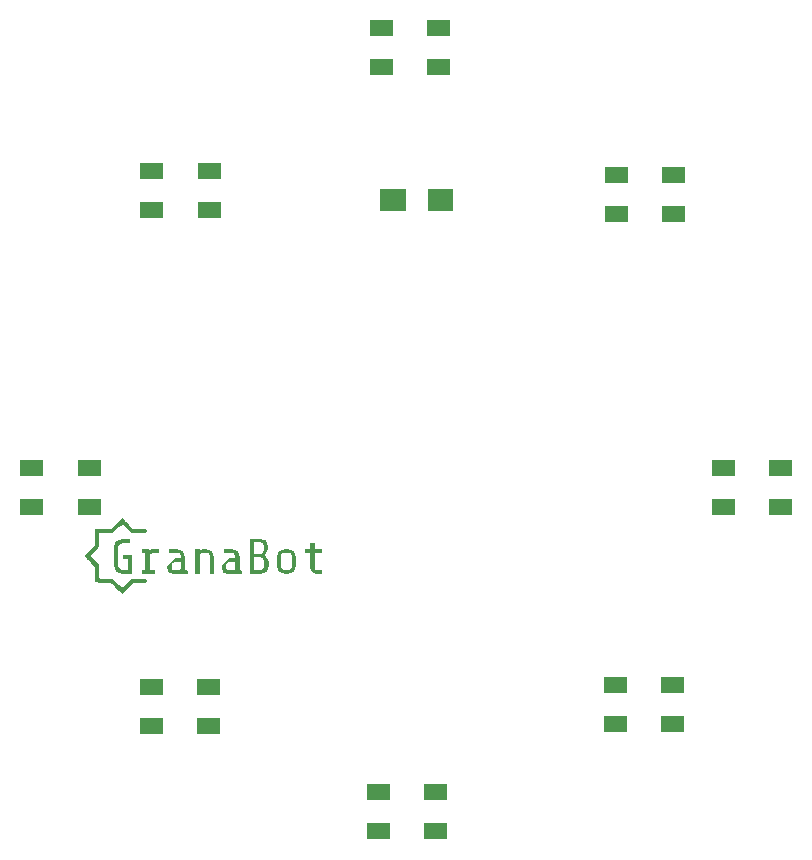
<source format=gts>
%TF.GenerationSoftware,KiCad,Pcbnew,4.0.7*%
%TF.CreationDate,2018-04-25T10:24:50+02:00*%
%TF.ProjectId,001,3030312E6B696361645F706362000000,rev?*%
%TF.FileFunction,Soldermask,Top*%
%FSLAX46Y46*%
G04 Gerber Fmt 4.6, Leading zero omitted, Abs format (unit mm)*
G04 Created by KiCad (PCBNEW 4.0.7) date 04/25/18 10:24:50*
%MOMM*%
%LPD*%
G01*
G04 APERTURE LIST*
%ADD10C,0.100000*%
G04 APERTURE END LIST*
D10*
G36*
X111436977Y-116610637D02*
X111320847Y-116494893D01*
X111204572Y-116379000D01*
X111088190Y-116263000D01*
X110972017Y-116147213D01*
X110808729Y-116147213D01*
X110645234Y-116147213D01*
X110481590Y-116147213D01*
X110318241Y-116147213D01*
X110151153Y-116137613D01*
X109983855Y-116128013D01*
X109816404Y-116118413D01*
X109649254Y-116108813D01*
X109645414Y-115941325D01*
X109641574Y-115773624D01*
X109637734Y-115605763D01*
X109633894Y-115438211D01*
X109633894Y-115228109D01*
X109633894Y-115018584D01*
X109633894Y-114807256D01*
X109518177Y-114691661D01*
X109402314Y-114575928D01*
X109286343Y-114460088D01*
X109170583Y-114344451D01*
X109054866Y-114228856D01*
X108939003Y-114113123D01*
X108823033Y-113997283D01*
X108707273Y-113881645D01*
X108822990Y-113765347D01*
X108938853Y-113648899D01*
X109054823Y-113532344D01*
X109170583Y-113416003D01*
X109286301Y-113299704D01*
X109402164Y-113183245D01*
X109518134Y-113066691D01*
X109633894Y-112950349D01*
X109633894Y-112739608D01*
X109633894Y-112529432D01*
X109633894Y-112317453D01*
X109640401Y-112147267D01*
X109646908Y-111976877D01*
X109653414Y-111806317D01*
X109659921Y-111636077D01*
X109830103Y-111624024D01*
X110000499Y-111611971D01*
X110171052Y-111599811D01*
X110341296Y-111587757D01*
X110504998Y-111587757D01*
X110668908Y-111587757D01*
X110832965Y-111587757D01*
X110996729Y-111587757D01*
X111113030Y-111472035D01*
X111229478Y-111356173D01*
X111346033Y-111240205D01*
X111462378Y-111124440D01*
X111578679Y-111008728D01*
X111695127Y-110892856D01*
X111811681Y-110776888D01*
X111928026Y-110661133D01*
X112043617Y-110776845D01*
X112159353Y-110892717D01*
X112275196Y-111008685D01*
X112390829Y-111124440D01*
X112506420Y-111240163D01*
X112622156Y-111356024D01*
X112737999Y-111471992D01*
X112853632Y-111587757D01*
X113043260Y-111587757D01*
X113232369Y-111587757D01*
X113423110Y-111587757D01*
X113606123Y-111595224D01*
X113788634Y-111602691D01*
X113972721Y-111610157D01*
X114044476Y-111772973D01*
X113974470Y-111922232D01*
X113773566Y-111927565D01*
X113573211Y-111932899D01*
X113371126Y-111938232D01*
X113210547Y-111938232D01*
X113049765Y-111938232D01*
X112888837Y-111938232D01*
X112728198Y-111938232D01*
X112607311Y-111816696D01*
X112486755Y-111695491D01*
X112365158Y-111573240D01*
X112228563Y-111443011D01*
X112092342Y-111313144D01*
X111954945Y-111182157D01*
X111808916Y-111303555D01*
X111663289Y-111424611D01*
X111516402Y-111546723D01*
X111386081Y-111676803D01*
X111256117Y-111806531D01*
X111125031Y-111937379D01*
X110937281Y-111939512D01*
X110750044Y-111941645D01*
X110561190Y-111943779D01*
X110373439Y-111945912D01*
X110186202Y-111948045D01*
X109997348Y-111950179D01*
X109995108Y-112137933D01*
X109992868Y-112325165D01*
X109990628Y-112514019D01*
X109988388Y-112701773D01*
X109986148Y-112889005D01*
X109983908Y-113077859D01*
X109852723Y-113209283D01*
X109721899Y-113340355D01*
X109589943Y-113472547D01*
X109458758Y-113603971D01*
X109327934Y-113735032D01*
X109195979Y-113867224D01*
X109325218Y-113996653D01*
X109454105Y-114125720D01*
X109584103Y-114255907D01*
X109713344Y-114385325D01*
X109842230Y-114514392D01*
X109972229Y-114644579D01*
X109976389Y-114834328D01*
X109980549Y-115023565D01*
X109984709Y-115214435D01*
X109988869Y-115404195D01*
X109993029Y-115593432D01*
X109997189Y-115784301D01*
X110186945Y-115788568D01*
X110376180Y-115792835D01*
X110567050Y-115797101D01*
X110756805Y-115801368D01*
X110946041Y-115805635D01*
X111136911Y-115809901D01*
X111264345Y-115937155D01*
X111391428Y-116064056D01*
X111519610Y-116192056D01*
X111654962Y-116319309D01*
X111789945Y-116446221D01*
X111926092Y-116574221D01*
X112064267Y-116444877D01*
X112202063Y-116315896D01*
X112341050Y-116185795D01*
X112471305Y-116056451D01*
X112601203Y-115927469D01*
X112732224Y-115797368D01*
X112942041Y-115797368D01*
X113151281Y-115797368D01*
X113362330Y-115797368D01*
X113563940Y-115803768D01*
X113764997Y-115810168D01*
X113967792Y-115816568D01*
X114044315Y-115980195D01*
X113980624Y-116129037D01*
X113802675Y-116135437D01*
X113625213Y-116141837D01*
X113446219Y-116148237D01*
X113257189Y-116148237D01*
X113068678Y-116148237D01*
X112878540Y-116148237D01*
X112762876Y-116264024D01*
X112647067Y-116379971D01*
X112531151Y-116496013D01*
X112415444Y-116611843D01*
X112293458Y-116727587D01*
X112171318Y-116843480D01*
X112049067Y-116959480D01*
X111927036Y-117075267D01*
X111804583Y-116959480D01*
X111681978Y-116843533D01*
X111559259Y-116727491D01*
X111436762Y-116611661D01*
X111436813Y-116612237D01*
X111436977Y-116610637D01*
X111436977Y-116610637D01*
G37*
G36*
X112006989Y-115411363D02*
X111433615Y-115231651D01*
X111236785Y-114683949D01*
X111236785Y-113143544D01*
X111433615Y-112600120D01*
X112006989Y-112416131D01*
X112610315Y-112416131D01*
X112610315Y-112741325D01*
X111964199Y-112741325D01*
X111707465Y-112835512D01*
X111609054Y-113062296D01*
X111609054Y-114765304D01*
X111707465Y-114992077D01*
X111964199Y-115086264D01*
X112383533Y-115086264D01*
X112383533Y-114157741D01*
X112011267Y-114157741D01*
X112011267Y-113836813D01*
X112738682Y-113836813D01*
X112738682Y-115411459D01*
X112006989Y-115411459D01*
X112006989Y-115411363D01*
X112006989Y-115411363D01*
G37*
G36*
X113881418Y-115090445D02*
X113881418Y-113592824D01*
X113569057Y-113592824D01*
X113569057Y-113271907D01*
X114223730Y-113271907D01*
X114223730Y-113387437D01*
X114566043Y-113271907D01*
X115006770Y-113271907D01*
X115006770Y-113614221D01*
X114523253Y-113614221D01*
X114317866Y-113704035D01*
X114245130Y-113879469D01*
X114245130Y-115090403D01*
X114711531Y-115090403D01*
X114711531Y-115411320D01*
X113569062Y-115411320D01*
X113569062Y-115090403D01*
X113881423Y-115090403D01*
X113881418Y-115090445D01*
X113881418Y-115090445D01*
G37*
G36*
X117232069Y-115411363D02*
X116692929Y-115090488D01*
X116855527Y-115030541D01*
X116889757Y-114876493D01*
X116889757Y-114405816D01*
X116354893Y-114405816D01*
X116170900Y-114478563D01*
X116098164Y-114662552D01*
X116098164Y-114876493D01*
X116149514Y-115039096D01*
X116312112Y-115090403D01*
X116692935Y-115090403D01*
X116692929Y-115090488D01*
X117232069Y-115411363D01*
X117107981Y-115377123D01*
X116996730Y-115282936D01*
X116735716Y-115411309D01*
X116354893Y-115411309D01*
X115879934Y-115282936D01*
X115734451Y-114833656D01*
X115734451Y-114748109D01*
X116359172Y-114084877D01*
X116889757Y-114084877D01*
X116889757Y-113870936D01*
X116808455Y-113665549D01*
X116568836Y-113592803D01*
X115905605Y-113592803D01*
X115905605Y-113271885D01*
X116526047Y-113271885D01*
X117073747Y-113434488D01*
X117253461Y-113956515D01*
X117253461Y-114983448D01*
X117300533Y-115081901D01*
X117467411Y-115111875D01*
X117467411Y-115411405D01*
X117232071Y-115411405D01*
X117232069Y-115411363D01*
X117232069Y-115411363D01*
G37*
G36*
X118468941Y-113271907D02*
X118468941Y-113374627D01*
X118811253Y-113271907D01*
X119008083Y-113271907D01*
X119521552Y-113434509D01*
X119692708Y-113956536D01*
X119692708Y-115411363D01*
X119329001Y-115411363D01*
X119329001Y-113870957D01*
X119251977Y-113669848D01*
X119050868Y-113592835D01*
X118768460Y-113592835D01*
X118558794Y-113669848D01*
X118490335Y-113828163D01*
X118490335Y-115411363D01*
X118126628Y-115411363D01*
X118126628Y-113271907D01*
X118468941Y-113271907D01*
X118468941Y-113271907D01*
G37*
G36*
X121845266Y-115411363D02*
X121306126Y-115090488D01*
X121468724Y-115030541D01*
X121502954Y-114876493D01*
X121502954Y-114405816D01*
X120968090Y-114405816D01*
X120784097Y-114478563D01*
X120711350Y-114662552D01*
X120711350Y-114876493D01*
X120762700Y-115039096D01*
X120925298Y-115090403D01*
X121306122Y-115090403D01*
X121306126Y-115090488D01*
X121845266Y-115411363D01*
X121721178Y-115377123D01*
X121609926Y-115282936D01*
X121348913Y-115411309D01*
X120968090Y-115411309D01*
X120493131Y-115282936D01*
X120347648Y-114833656D01*
X120347648Y-114748109D01*
X120972369Y-114084877D01*
X121502954Y-114084877D01*
X121502954Y-113870936D01*
X121421652Y-113665549D01*
X121182033Y-113592803D01*
X120518802Y-113592803D01*
X120518802Y-113271885D01*
X121139244Y-113271885D01*
X121686944Y-113434488D01*
X121866658Y-113956515D01*
X121866658Y-114983448D01*
X121913730Y-115081901D01*
X122080608Y-115111875D01*
X122080608Y-115411405D01*
X121845268Y-115411405D01*
X121845266Y-115411363D01*
X121845266Y-115411363D01*
G37*
G36*
X124314462Y-114735288D02*
X123587043Y-113682669D01*
X123809547Y-113597123D01*
X123899403Y-113370339D01*
X123899403Y-113045144D01*
X123899408Y-113045123D01*
X123822384Y-112809784D01*
X123587043Y-112737037D01*
X123103527Y-112737037D01*
X123103527Y-113682669D01*
X123587043Y-113682669D01*
X124314462Y-114735288D01*
X123942197Y-114311704D01*
X123856619Y-114089197D01*
X123629837Y-114003651D01*
X123103532Y-114003651D01*
X123103532Y-115090499D01*
X123625558Y-115090499D01*
X123865177Y-115017752D01*
X123942201Y-114778136D01*
X123942201Y-114311736D01*
X123942197Y-114311704D01*
X124314462Y-114735288D01*
X124143306Y-115257315D01*
X123587047Y-115411363D01*
X122731266Y-115411363D01*
X122731266Y-112416131D01*
X123535701Y-112416131D01*
X124091959Y-112570168D01*
X124271674Y-113083640D01*
X124271674Y-113327533D01*
X124036333Y-113823885D01*
X124314462Y-114350189D01*
X124314462Y-114735288D01*
X124314462Y-114735288D01*
G37*
G36*
X126625340Y-114726733D02*
X126261633Y-113870957D01*
X126180332Y-113665571D01*
X125940713Y-113592824D01*
X125713931Y-113592824D01*
X125474311Y-113665571D01*
X125393010Y-113870957D01*
X125393010Y-114812312D01*
X125474311Y-115017699D01*
X125713931Y-115090445D01*
X125940713Y-115090445D01*
X126180332Y-115017699D01*
X126261633Y-114812312D01*
X126261633Y-113870957D01*
X126625340Y-114726733D01*
X126445626Y-115248760D01*
X125897925Y-115411363D01*
X125756722Y-115411363D01*
X125204742Y-115248760D01*
X125029308Y-114726733D01*
X125029308Y-113956536D01*
X125204742Y-113434509D01*
X125756722Y-113271907D01*
X125897925Y-113271907D01*
X126445626Y-113434509D01*
X126625340Y-113956536D01*
X126625340Y-114726733D01*
X126625340Y-114726733D01*
G37*
G36*
X128294382Y-115411363D02*
X127960627Y-115270157D01*
X127845097Y-114897891D01*
X127845097Y-113592824D01*
X127438601Y-113592824D01*
X127438601Y-113271907D01*
X127845097Y-113271907D01*
X127845097Y-112758435D01*
X128208803Y-112758435D01*
X128208803Y-113271907D01*
X128833524Y-113271907D01*
X128833524Y-113592824D01*
X128208803Y-113592824D01*
X128208803Y-114919288D01*
X128255875Y-115051928D01*
X128401358Y-115090435D01*
X128833527Y-115090435D01*
X128833527Y-115411352D01*
X128294385Y-115411352D01*
X128294382Y-115411363D01*
X128294382Y-115411363D01*
G37*
G36*
X139457000Y-137836200D02*
X137504600Y-137836200D01*
X137504600Y-136483800D01*
X139457000Y-136483800D01*
X139457000Y-137836200D01*
X139457000Y-137836200D01*
G37*
G36*
X134580200Y-137836200D02*
X132627800Y-137836200D01*
X132627800Y-136483800D01*
X134580200Y-136483800D01*
X134580200Y-137836200D01*
X134580200Y-137836200D01*
G37*
G36*
X139457000Y-134534200D02*
X137504600Y-134534200D01*
X137504600Y-133181800D01*
X139457000Y-133181800D01*
X139457000Y-134534200D01*
X139457000Y-134534200D01*
G37*
G36*
X134580200Y-134534200D02*
X132627800Y-134534200D01*
X132627800Y-133181800D01*
X134580200Y-133181800D01*
X134580200Y-134534200D01*
X134580200Y-134534200D01*
G37*
G36*
X115352400Y-128946200D02*
X113400000Y-128946200D01*
X113400000Y-127593800D01*
X115352400Y-127593800D01*
X115352400Y-128946200D01*
X115352400Y-128946200D01*
G37*
G36*
X120229200Y-128946200D02*
X118276800Y-128946200D01*
X118276800Y-127593800D01*
X120229200Y-127593800D01*
X120229200Y-128946200D01*
X120229200Y-128946200D01*
G37*
G36*
X154646200Y-128819200D02*
X152693800Y-128819200D01*
X152693800Y-127466800D01*
X154646200Y-127466800D01*
X154646200Y-128819200D01*
X154646200Y-128819200D01*
G37*
G36*
X159523000Y-128819200D02*
X157570600Y-128819200D01*
X157570600Y-127466800D01*
X159523000Y-127466800D01*
X159523000Y-128819200D01*
X159523000Y-128819200D01*
G37*
G36*
X115352400Y-125644200D02*
X113400000Y-125644200D01*
X113400000Y-124291800D01*
X115352400Y-124291800D01*
X115352400Y-125644200D01*
X115352400Y-125644200D01*
G37*
G36*
X120229200Y-125644200D02*
X118276800Y-125644200D01*
X118276800Y-124291800D01*
X120229200Y-124291800D01*
X120229200Y-125644200D01*
X120229200Y-125644200D01*
G37*
G36*
X154646200Y-125517200D02*
X152693800Y-125517200D01*
X152693800Y-124164800D01*
X154646200Y-124164800D01*
X154646200Y-125517200D01*
X154646200Y-125517200D01*
G37*
G36*
X159523000Y-125517200D02*
X157570600Y-125517200D01*
X157570600Y-124164800D01*
X159523000Y-124164800D01*
X159523000Y-125517200D01*
X159523000Y-125517200D01*
G37*
G36*
X110094600Y-110404200D02*
X108142200Y-110404200D01*
X108142200Y-109051800D01*
X110094600Y-109051800D01*
X110094600Y-110404200D01*
X110094600Y-110404200D01*
G37*
G36*
X105217800Y-110404200D02*
X103265400Y-110404200D01*
X103265400Y-109051800D01*
X105217800Y-109051800D01*
X105217800Y-110404200D01*
X105217800Y-110404200D01*
G37*
G36*
X163790200Y-110404200D02*
X161837800Y-110404200D01*
X161837800Y-109051800D01*
X163790200Y-109051800D01*
X163790200Y-110404200D01*
X163790200Y-110404200D01*
G37*
G36*
X168667000Y-110404200D02*
X166714600Y-110404200D01*
X166714600Y-109051800D01*
X168667000Y-109051800D01*
X168667000Y-110404200D01*
X168667000Y-110404200D01*
G37*
G36*
X163790200Y-107102200D02*
X161837800Y-107102200D01*
X161837800Y-105749800D01*
X163790200Y-105749800D01*
X163790200Y-107102200D01*
X163790200Y-107102200D01*
G37*
G36*
X105217800Y-107102200D02*
X103265400Y-107102200D01*
X103265400Y-105749800D01*
X105217800Y-105749800D01*
X105217800Y-107102200D01*
X105217800Y-107102200D01*
G37*
G36*
X168667000Y-107102200D02*
X166714600Y-107102200D01*
X166714600Y-105749800D01*
X168667000Y-105749800D01*
X168667000Y-107102200D01*
X168667000Y-107102200D01*
G37*
G36*
X110094600Y-107102200D02*
X108142200Y-107102200D01*
X108142200Y-105749800D01*
X110094600Y-105749800D01*
X110094600Y-107102200D01*
X110094600Y-107102200D01*
G37*
G36*
X159599200Y-85639200D02*
X157646800Y-85639200D01*
X157646800Y-84286800D01*
X159599200Y-84286800D01*
X159599200Y-85639200D01*
X159599200Y-85639200D01*
G37*
G36*
X154722400Y-85639200D02*
X152770000Y-85639200D01*
X152770000Y-84286800D01*
X154722400Y-84286800D01*
X154722400Y-85639200D01*
X154722400Y-85639200D01*
G37*
G36*
X120280000Y-85258200D02*
X118327600Y-85258200D01*
X118327600Y-83905800D01*
X120280000Y-83905800D01*
X120280000Y-85258200D01*
X120280000Y-85258200D01*
G37*
G36*
X115403200Y-85258200D02*
X113450800Y-85258200D01*
X113450800Y-83905800D01*
X115403200Y-83905800D01*
X115403200Y-85258200D01*
X115403200Y-85258200D01*
G37*
G36*
X135931400Y-84644600D02*
X133779000Y-84644600D01*
X133779000Y-82792200D01*
X135931400Y-82792200D01*
X135931400Y-84644600D01*
X135931400Y-84644600D01*
G37*
G36*
X139931400Y-84644600D02*
X137779000Y-84644600D01*
X137779000Y-82792200D01*
X139931400Y-82792200D01*
X139931400Y-84644600D01*
X139931400Y-84644600D01*
G37*
G36*
X159599200Y-82337200D02*
X157646800Y-82337200D01*
X157646800Y-80984800D01*
X159599200Y-80984800D01*
X159599200Y-82337200D01*
X159599200Y-82337200D01*
G37*
G36*
X154722400Y-82337200D02*
X152770000Y-82337200D01*
X152770000Y-80984800D01*
X154722400Y-80984800D01*
X154722400Y-82337200D01*
X154722400Y-82337200D01*
G37*
G36*
X120280000Y-81956200D02*
X118327600Y-81956200D01*
X118327600Y-80603800D01*
X120280000Y-80603800D01*
X120280000Y-81956200D01*
X120280000Y-81956200D01*
G37*
G36*
X115403200Y-81956200D02*
X113450800Y-81956200D01*
X113450800Y-80603800D01*
X115403200Y-80603800D01*
X115403200Y-81956200D01*
X115403200Y-81956200D01*
G37*
G36*
X139711000Y-73193200D02*
X137758600Y-73193200D01*
X137758600Y-71840800D01*
X139711000Y-71840800D01*
X139711000Y-73193200D01*
X139711000Y-73193200D01*
G37*
G36*
X134834200Y-73193200D02*
X132881800Y-73193200D01*
X132881800Y-71840800D01*
X134834200Y-71840800D01*
X134834200Y-73193200D01*
X134834200Y-73193200D01*
G37*
G36*
X139711000Y-69891200D02*
X137758600Y-69891200D01*
X137758600Y-68538800D01*
X139711000Y-68538800D01*
X139711000Y-69891200D01*
X139711000Y-69891200D01*
G37*
G36*
X134834200Y-69891200D02*
X132881800Y-69891200D01*
X132881800Y-68538800D01*
X134834200Y-68538800D01*
X134834200Y-69891200D01*
X134834200Y-69891200D01*
G37*
M02*

</source>
